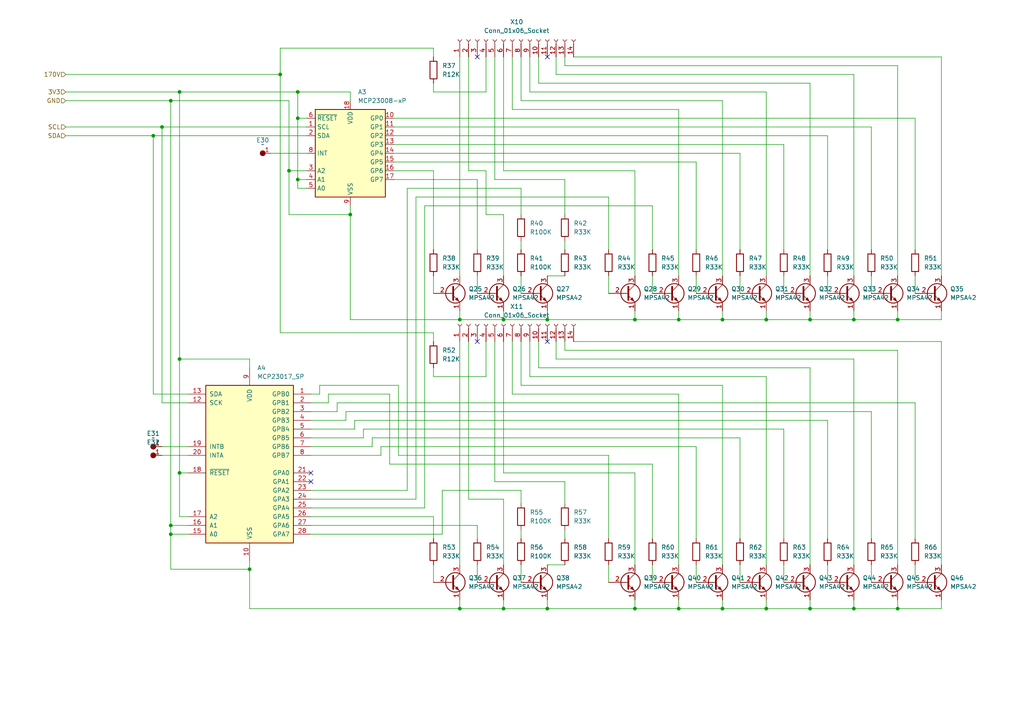
<source format=kicad_sch>
(kicad_sch (version 20231120) (generator "eeschema") (generator_version "8.0")
  (paper "A4")
  (lib_symbols
    (symbol "Connector:Conn_01x14_Socket" (pin_names (offset 1.016) hide)
      (property "Reference" "J" (at 0 17.78 0))
      (property "Value" "Conn_01x14_Socket" (at 0 -20.32 0))
      (symbol "Conn_01x14_Socket_1_1"
        (arc (start 0 -17.272) (mid -0.5058 -17.78) (end 0 -18.288) (stroke (width 0.1524)))
        (arc (start 0 -14.732) (mid -0.5058 -15.24) (end 0 -15.748) (stroke (width 0.1524)))
        (arc (start 0 -12.192) (mid -0.5058 -12.7) (end 0 -13.208) (stroke (width 0.1524)))
        (arc (start 0 -9.652) (mid -0.5058 -10.16) (end 0 -10.668) (stroke (width 0.1524)))
        (arc (start 0 -7.112) (mid -0.5058 -7.62) (end 0 -8.128) (stroke (width 0.1524)))
        (arc (start 0 -4.572) (mid -0.5058 -5.08) (end 0 -5.588) (stroke (width 0.1524)))
        (arc (start 0 -2.032) (mid -0.5058 -2.54) (end 0 -3.048) (stroke (width 0.1524)))
        (polyline (pts (xy -1.27 -17.78) (xy -0.508 -17.78)) (stroke (width 0.1524)))
        (polyline (pts (xy -1.27 -15.24) (xy -0.508 -15.24)) (stroke (width 0.1524)))
        (polyline (pts (xy -1.27 -12.7) (xy -0.508 -12.7)) (stroke (width 0.1524)))
        (polyline (pts (xy -1.27 -10.16) (xy -0.508 -10.16)) (stroke (width 0.1524)))
        (polyline (pts (xy -1.27 -7.62) (xy -0.508 -7.62)) (stroke (width 0.1524)))
        (polyline (pts (xy -1.27 -5.08) (xy -0.508 -5.08)) (stroke (width 0.1524)))
        (polyline (pts (xy -1.27 -2.54) (xy -0.508 -2.54)) (stroke (width 0.1524)))
        (polyline (pts (xy -1.27 0) (xy -0.508 0)) (stroke (width 0.1524)))
        (polyline (pts (xy -1.27 2.54) (xy -0.508 2.54)) (stroke (width 0.1524)))
        (polyline (pts (xy -1.27 5.08) (xy -0.508 5.08)) (stroke (width 0.1524)))
        (polyline (pts (xy -1.27 7.62) (xy -0.508 7.62)) (stroke (width 0.1524)))
        (polyline (pts (xy -1.27 10.16) (xy -0.508 10.16)) (stroke (width 0.1524)))
        (polyline (pts (xy -1.27 12.7) (xy -0.508 12.7)) (stroke (width 0.1524)))
        (polyline (pts (xy -1.27 15.24) (xy -0.508 15.24)) (stroke (width 0.1524)))
        (arc (start 0 0.508) (mid -0.5058 0) (end 0 -0.508) (stroke (width 0.1524)))
        (arc (start 0 3.048) (mid -0.5058 2.54) (end 0 2.032) (stroke (width 0.1524)))
        (arc (start 0 5.588) (mid -0.5058 5.08) (end 0 4.572) (stroke (width 0.1524)))
        (arc (start 0 8.128) (mid -0.5058 7.62) (end 0 7.112) (stroke (width 0.1524)))
        (arc (start 0 10.668) (mid -0.5058 10.16) (end 0 9.652) (stroke (width 0.1524)))
        (arc (start 0 13.208) (mid -0.5058 12.7) (end 0 12.192) (stroke (width 0.1524)))
        (arc (start 0 15.748) (mid -0.5058 15.24) (end 0 14.732) (stroke (width 0.1524)))
        (pin passive line (at -5.08 15.24 0) (length 3.81) (name "Pin_1") (number "1"))
        (pin passive line (at -5.08 -7.62 0) (length 3.81) (name "Pin_10") (number "10"))
        (pin passive line (at -5.08 -10.16 0) (length 3.81) (name "Pin_11") (number "11"))
        (pin passive line (at -5.08 -12.7 0) (length 3.81) (name "Pin_12") (number "12"))
        (pin passive line (at -5.08 -15.24 0) (length 3.81) (name "Pin_13") (number "13"))
        (pin passive line (at -5.08 -17.78 0) (length 3.81) (name "Pin_14") (number "14"))
        (pin passive line (at -5.08 12.7 0) (length 3.81) (name "Pin_2") (number "2"))
        (pin passive line (at -5.08 10.16 0) (length 3.81) (name "Pin_3") (number "3"))
        (pin passive line (at -5.08 7.62 0) (length 3.81) (name "Pin_4") (number "4"))
        (pin passive line (at -5.08 5.08 0) (length 3.81) (name "Pin_5") (number "5"))
        (pin passive line (at -5.08 2.54 0) (length 3.81) (name "Pin_6") (number "6"))
        (pin passive line (at -5.08 0 0) (length 3.81) (name "Pin_7") (number "7"))
        (pin passive line (at -5.08 -2.54 0) (length 3.81) (name "Pin_8") (number "8"))
        (pin passive line (at -5.08 -5.08 0) (length 3.81) (name "Pin_9") (number "9"))
      )
    )
    (symbol "Device:R" (pin_numbers hide) (pin_names (offset 0))
      (property "Reference" "R" (at 2.032 0 90))
      (property "Value" "R" (at 0 0 90))
      (symbol "R_0_1"
        (rectangle (start -1.016 -2.54) (end 1.016 2.54) (stroke (width 0.254)))
      )
      (symbol "R_1_1"
        (pin passive line (at 0 3.81 270) (length 1.27) (name "~") (number "1"))
        (pin passive line (at 0 -3.81 90) (length 1.27) (name "~") (number "2"))
      )
    )
    (symbol "Interface_Expansion:MCP23008-xP"
      (property "Reference" "U" (at -8.89 13.97 0))
      (property "Value" "MCP23008-xP" (at 8.89 13.97 0))
      (symbol "MCP23008-xP_0_1"
        (rectangle (start -10.16 12.7) (end 10.16 -12.7) (stroke (width 0.254)) (fill (type background)))
      )
      (symbol "MCP23008-xP_1_1"
        (pin input line (at -12.7 7.62 0) (length 2.54) (name "SCL") (number "1"))
        (pin bidirectional line (at 12.7 10.16 180) (length 2.54) (name "GP0") (number "10"))
        (pin bidirectional line (at 12.7 7.62 180) (length 2.54) (name "GP1") (number "11"))
        (pin bidirectional line (at 12.7 5.08 180) (length 2.54) (name "GP2") (number "12"))
        (pin bidirectional line (at 12.7 2.54 180) (length 2.54) (name "GP3") (number "13"))
        (pin bidirectional line (at 12.7 0 180) (length 2.54) (name "GP4") (number "14"))
        (pin bidirectional line (at 12.7 -2.54 180) (length 2.54) (name "GP5") (number "15"))
        (pin bidirectional line (at 12.7 -5.08 180) (length 2.54) (name "GP6") (number "16"))
        (pin bidirectional line (at 12.7 -7.62 180) (length 2.54) (name "GP7") (number "17"))
        (pin power_in line (at 0 15.24 270) (length 2.54) (name "VDD") (number "18"))
        (pin bidirectional line (at -12.7 5.08 0) (length 2.54) (name "SDA") (number "2"))
        (pin input line (at -12.7 -5.08 0) (length 2.54) (name "A2") (number "3"))
        (pin input line (at -12.7 -7.62 0) (length 2.54) (name "A1") (number "4"))
        (pin input line (at -12.7 -10.16 0) (length 2.54) (name "A0") (number "5"))
        (pin input line (at -12.7 10.16 0) (length 2.54) (name "~{RESET}") (number "6"))
        (pin no_connect line (at -10.16 -2.54 0) (length 2.54) hide (name "NC") (number "7"))
        (pin output line (at -12.7 0 0) (length 2.54) (name "INT") (number "8"))
        (pin power_in line (at 0 -15.24 90) (length 2.54) (name "VSS") (number "9"))
      )
    )
    (symbol "Interface_Expansion:MCP23017_SP" (pin_names (offset 1.016))
      (property "Reference" "U" (at -11.43 24.13 0))
      (property "Value" "MCP23017_SP" (at 0 0 0))
      (symbol "MCP23017_SP_0_1"
        (rectangle (start -12.7 22.86) (end 12.7 -22.86) (stroke (width 0.254)) (fill (type background)))
      )
      (symbol "MCP23017_SP_1_1"
        (pin bidirectional line (at 17.78 20.32 180) (length 5.08) (name "GPB0") (number "1"))
        (pin power_in line (at 0 -27.94 90) (length 5.08) (name "VSS") (number "10"))
        (pin no_connect line (at -12.7 15.24 0) (length 5.08) hide (name "NC") (number "11"))
        (pin input line (at -17.78 17.78 0) (length 5.08) (name "SCK") (number "12"))
        (pin bidirectional line (at -17.78 20.32 0) (length 5.08) (name "SDA") (number "13"))
        (pin no_connect line (at -12.7 12.7 0) (length 5.08) hide (name "NC") (number "14"))
        (pin input line (at -17.78 -20.32 0) (length 5.08) (name "A0") (number "15"))
        (pin input line (at -17.78 -17.78 0) (length 5.08) (name "A1") (number "16"))
        (pin input line (at -17.78 -15.24 0) (length 5.08) (name "A2") (number "17"))
        (pin input line (at -17.78 -2.54 0) (length 5.08) (name "~{RESET}") (number "18"))
        (pin tri_state line (at -17.78 5.08 0) (length 5.08) (name "INTB") (number "19"))
        (pin bidirectional line (at 17.78 17.78 180) (length 5.08) (name "GPB1") (number "2"))
        (pin tri_state line (at -17.78 2.54 0) (length 5.08) (name "INTA") (number "20"))
        (pin bidirectional line (at 17.78 -2.54 180) (length 5.08) (name "GPA0") (number "21"))
        (pin bidirectional line (at 17.78 -5.08 180) (length 5.08) (name "GPA1") (number "22"))
        (pin bidirectional line (at 17.78 -7.62 180) (length 5.08) (name "GPA2") (number "23"))
        (pin bidirectional line (at 17.78 -10.16 180) (length 5.08) (name "GPA3") (number "24"))
        (pin bidirectional line (at 17.78 -12.7 180) (length 5.08) (name "GPA4") (number "25"))
        (pin bidirectional line (at 17.78 -15.24 180) (length 5.08) (name "GPA5") (number "26"))
        (pin bidirectional line (at 17.78 -17.78 180) (length 5.08) (name "GPA6") (number "27"))
        (pin bidirectional line (at 17.78 -20.32 180) (length 5.08) (name "GPA7") (number "28"))
        (pin bidirectional line (at 17.78 15.24 180) (length 5.08) (name "GPB2") (number "3"))
        (pin bidirectional line (at 17.78 12.7 180) (length 5.08) (name "GPB3") (number "4"))
        (pin bidirectional line (at 17.78 10.16 180) (length 5.08) (name "GPB4") (number "5"))
        (pin bidirectional line (at 17.78 7.62 180) (length 5.08) (name "GPB5") (number "6"))
        (pin bidirectional line (at 17.78 5.08 180) (length 5.08) (name "GPB6") (number "7"))
        (pin bidirectional line (at 17.78 2.54 180) (length 5.08) (name "GPB7") (number "8"))
        (pin power_in line (at 0 27.94 270) (length 5.08) (name "VDD") (number "9"))
      )
    )
    (symbol "Nixie:Pin"
      (property "Reference" "E" (at 4.064 0 0))
      (symbol "Pin_0_1"
        (circle (center 2.54 0) (radius 0.75) (fill (type outline)))
      )
      (symbol "Pin_1_1"
        (pin bidirectional line (at 0 0 0) (length 2.54) (name "") (number "1"))
      )
    )
    (symbol "Transistor_BJT:MPSA42" (pin_names (offset 1.016) hide)
      (property "Reference" "Q" (at 5.08 1.905 0))
      (property "Value" "MPSA42" (at 5.08 0 0))
      (symbol "MPSA42_0_1"
        (polyline (pts (xy 0 0) (xy 0.635 0)))
        (polyline (pts (xy 0.635 0.635) (xy 2.54 2.54)))
        (polyline (pts (xy 0.635 -0.635) (xy 2.54 -2.54) (xy 2.54 -2.54)))
        (polyline (pts (xy 0.635 1.905) (xy 0.635 -1.905) (xy 0.635 -1.905)) (stroke (width 0.508)))
        (polyline (pts (xy 1.27 -1.778) (xy 1.778 -1.27) (xy 2.286 -2.286) (xy 1.27 -1.778) (xy 1.27 -1.778)) (fill (type outline)))
        (circle (center 1.27 0) (radius 2.8194) (stroke (width 0.254)))
      )
      (symbol "MPSA42_1_1"
        (pin passive line (at 2.54 -5.08 90) (length 2.54) (name "E") (number "1"))
        (pin input line (at -5.08 0 0) (length 5.08) (name "B") (number "2"))
        (pin passive line (at 2.54 5.08 270) (length 2.54) (name "C") (number "3"))
      )
    )
  )
  (junction (at 196.85 92.71))
  (junction (at 158.75 176.53))
  (junction (at 209.55 176.53))
  (junction (at 86.36 52.07))
  (junction (at 101.6 62.23))
  (junction (at 86.36 34.29))
  (junction (at 49.53 29.21))
  (junction (at 158.75 92.71))
  (junction (at 222.25 92.71))
  (junction (at 260.35 176.53))
  (junction (at 49.53 154.94))
  (junction (at 146.05 92.71))
  (junction (at 184.15 176.53))
  (junction (at 46.99 36.83))
  (junction (at 184.15 92.71))
  (junction (at 209.55 92.71))
  (junction (at 52.07 26.67))
  (junction (at 222.25 176.53))
  (junction (at 86.36 26.67))
  (junction (at 146.05 176.53))
  (junction (at 133.35 176.53))
  (junction (at 260.35 92.71))
  (junction (at 196.85 176.53))
  (junction (at 81.28 21.59))
  (junction (at 83.82 49.53))
  (junction (at 44.45 39.37))
  (junction (at 52.07 104.14))
  (junction (at 133.35 92.71))
  (junction (at 234.95 176.53))
  (junction (at 49.53 152.4))
  (junction (at 247.65 176.53))
  (junction (at 247.65 92.71))
  (junction (at 234.95 92.71))
  (junction (at 52.07 137.16))
  (junction (at 72.39 165.1))
  (no_connect (at 138.43 16.51))
  (no_connect (at 90.17 139.7))
  (no_connect (at 90.17 137.16))
  (no_connect (at 158.75 99.06))
  (no_connect (at 138.43 99.06))
  (no_connect (at 158.75 16.51))
  (wire (pts (xy 161.29 21.59) (xy 161.29 16.51)))
  (wire (pts (xy 151.13 54.61) (xy 118.11 54.61)))
  (wire (pts (xy 209.55 92.71) (xy 222.25 92.71)))
  (wire (pts (xy 146.05 49.53) (xy 146.05 16.51)))
  (wire (pts (xy 184.15 92.71) (xy 184.15 90.17)))
  (wire (pts (xy 260.35 163.83) (xy 260.35 101.6)))
  (wire (pts (xy 102.87 124.46) (xy 90.17 124.46)))
  (wire (pts (xy 163.83 146.05) (xy 163.83 139.7)))
  (wire (pts (xy 125.73 109.22) (xy 140.97 109.22)))
  (wire (pts (xy 184.15 176.53) (xy 196.85 176.53)))
  (wire (pts (xy 151.13 80.01) (xy 151.13 85.09)))
  (wire (pts (xy 125.73 109.22) (xy 125.73 106.68)))
  (wire (pts (xy 214.63 156.21) (xy 214.63 127)))
  (wire (pts (xy 138.43 80.01) (xy 138.43 85.09)))
  (wire (pts (xy 201.93 72.39) (xy 201.93 46.99)))
  (wire (pts (xy 151.13 69.85) (xy 151.13 72.39)))
  (wire (pts (xy 128.27 142.24) (xy 151.13 142.24)))
  (wire (pts (xy 97.79 119.38) (xy 90.17 119.38)))
  (wire (pts (xy 247.65 104.14) (xy 161.29 104.14)))
  (wire (pts (xy 222.25 163.83) (xy 222.25 109.22)))
  (wire (pts (xy 19.05 39.37) (xy 44.45 39.37)))
  (wire (pts (xy 83.82 29.21) (xy 83.82 49.53)))
  (wire (pts (xy 140.97 26.67) (xy 140.97 16.51)))
  (wire (pts (xy 125.73 96.52) (xy 125.73 99.06)))
  (wire (pts (xy 44.45 39.37) (xy 88.9 39.37)))
  (wire (pts (xy 265.43 80.01) (xy 265.43 85.09)))
  (wire (pts (xy 184.15 163.83) (xy 184.15 137.16)))
  (wire (pts (xy 151.13 142.24) (xy 151.13 146.05)))
  (wire (pts (xy 184.15 92.71) (xy 158.75 92.71)))
  (wire (pts (xy 72.39 104.14) (xy 72.39 106.68)))
  (wire (pts (xy 52.07 104.14) (xy 52.07 137.16)))
  (wire (pts (xy 176.53 163.83) (xy 176.53 168.91)))
  (wire (pts (xy 163.83 62.23) (xy 163.83 52.07)))
  (wire (pts (xy 247.65 92.71) (xy 234.95 92.71)))
  (wire (pts (xy 214.63 127) (xy 107.95 127)))
  (wire (pts (xy 184.15 173.99) (xy 184.15 176.53)))
  (wire (pts (xy 146.05 92.71) (xy 146.05 90.17)))
  (wire (pts (xy 265.43 163.83) (xy 265.43 168.91)))
  (wire (pts (xy 86.36 34.29) (xy 88.9 34.29)))
  (wire (pts (xy 240.03 156.21) (xy 240.03 121.92)))
  (wire (pts (xy 52.07 137.16) (xy 54.61 137.16)))
  (wire (pts (xy 260.35 19.05) (xy 163.83 19.05)))
  (wire (pts (xy 273.05 80.01) (xy 273.05 16.51)))
  (wire (pts (xy 227.33 72.39) (xy 227.33 41.91)))
  (wire (pts (xy 153.67 26.67) (xy 153.67 16.51)))
  (wire (pts (xy 146.05 176.53) (xy 158.75 176.53)))
  (wire (pts (xy 260.35 176.53) (xy 260.35 173.99)))
  (wire (pts (xy 163.83 153.67) (xy 163.83 156.21)))
  (wire (pts (xy 133.35 16.51) (xy 133.35 80.01)))
  (wire (pts (xy 146.05 173.99) (xy 146.05 176.53)))
  (wire (pts (xy 196.85 173.99) (xy 196.85 176.53)))
  (wire (pts (xy 151.13 29.21) (xy 151.13 16.51)))
  (wire (pts (xy 222.25 26.67) (xy 153.67 26.67)))
  (wire (pts (xy 97.79 116.84) (xy 97.79 119.38)))
  (wire (pts (xy 90.17 149.86) (xy 125.73 149.86)))
  (wire (pts (xy 81.28 13.97) (xy 81.28 21.59)))
  (wire (pts (xy 19.05 26.67) (xy 52.07 26.67)))
  (wire (pts (xy 46.99 116.84) (xy 54.61 116.84)))
  (wire (pts (xy 151.13 62.23) (xy 151.13 54.61)))
  (wire (pts (xy 151.13 111.76) (xy 151.13 99.06)))
  (wire (pts (xy 156.21 106.68) (xy 156.21 99.06)))
  (wire (pts (xy 247.65 176.53) (xy 260.35 176.53)))
  (wire (pts (xy 138.43 72.39) (xy 138.43 52.07)))
  (wire (pts (xy 148.59 114.3) (xy 148.59 99.06)))
  (wire (pts (xy 125.73 26.67) (xy 140.97 26.67)))
  (wire (pts (xy 222.25 173.99) (xy 222.25 176.53)))
  (wire (pts (xy 163.83 19.05) (xy 163.83 16.51)))
  (wire (pts (xy 105.41 124.46) (xy 105.41 127)))
  (wire (pts (xy 46.99 36.83) (xy 46.99 116.84)))
  (wire (pts (xy 234.95 24.13) (xy 234.95 80.01)))
  (wire (pts (xy 135.89 144.78) (xy 135.89 99.06)))
  (wire (pts (xy 135.89 49.53) (xy 135.89 16.51)))
  (wire (pts (xy 184.15 49.53) (xy 146.05 49.53)))
  (wire (pts (xy 265.43 116.84) (xy 97.79 116.84)))
  (wire (pts (xy 176.53 80.01) (xy 176.53 85.09)))
  (wire (pts (xy 44.45 39.37) (xy 44.45 114.3)))
  (wire (pts (xy 201.93 163.83) (xy 201.93 168.91)))
  (wire (pts (xy 151.13 153.67) (xy 151.13 156.21)))
  (wire (pts (xy 273.05 92.71) (xy 260.35 92.71)))
  (wire (pts (xy 184.15 80.01) (xy 184.15 49.53)))
  (wire (pts (xy 113.03 114.3) (xy 95.25 114.3)))
  (wire (pts (xy 120.65 144.78) (xy 90.17 144.78)))
  (wire (pts (xy 158.75 92.71) (xy 146.05 92.71)))
  (wire (pts (xy 49.53 154.94) (xy 54.61 154.94)))
  (wire (pts (xy 86.36 52.07) (xy 86.36 54.61)))
  (wire (pts (xy 86.36 26.67) (xy 101.6 26.67)))
  (wire (pts (xy 153.67 109.22) (xy 153.67 99.06)))
  (wire (pts (xy 113.03 134.62) (xy 113.03 114.3)))
  (wire (pts (xy 107.95 129.54) (xy 90.17 129.54)))
  (wire (pts (xy 138.43 163.83) (xy 138.43 168.91)))
  (wire (pts (xy 234.95 176.53) (xy 247.65 176.53)))
  (wire (pts (xy 252.73 72.39) (xy 252.73 36.83)))
  (wire (pts (xy 158.75 92.71) (xy 158.75 90.17)))
  (wire (pts (xy 86.36 52.07) (xy 88.9 52.07)))
  (wire (pts (xy 125.73 163.83) (xy 125.73 168.91)))
  (wire (pts (xy 146.05 92.71) (xy 133.35 92.71)))
  (wire (pts (xy 52.07 137.16) (xy 52.07 149.86)))
  (wire (pts (xy 209.55 176.53) (xy 222.25 176.53)))
  (wire (pts (xy 240.03 163.83) (xy 240.03 168.91)))
  (wire (pts (xy 86.36 26.67) (xy 86.36 34.29)))
  (wire (pts (xy 81.28 96.52) (xy 125.73 96.52)))
  (wire (pts (xy 247.65 173.99) (xy 247.65 176.53)))
  (wire (pts (xy 252.73 156.21) (xy 252.73 119.38)))
  (wire (pts (xy 146.05 163.83) (xy 146.05 144.78)))
  (wire (pts (xy 86.36 34.29) (xy 86.36 52.07)))
  (wire (pts (xy 273.05 90.17) (xy 273.05 92.71)))
  (wire (pts (xy 163.83 69.85) (xy 163.83 72.39)))
  (wire (pts (xy 189.23 134.62) (xy 113.03 134.62)))
  (wire (pts (xy 81.28 21.59) (xy 81.28 96.52)))
  (wire (pts (xy 189.23 72.39) (xy 189.23 59.69)))
  (wire (pts (xy 260.35 101.6) (xy 163.83 101.6)))
  (wire (pts (xy 146.05 62.23) (xy 140.97 62.23)))
  (wire (pts (xy 227.33 124.46) (xy 105.41 124.46)))
  (wire (pts (xy 196.85 114.3) (xy 148.59 114.3)))
  (wire (pts (xy 110.49 129.54) (xy 110.49 132.08)))
  (wire (pts (xy 234.95 92.71) (xy 222.25 92.71)))
  (wire (pts (xy 214.63 80.01) (xy 214.63 85.09)))
  (wire (pts (xy 209.55 29.21) (xy 151.13 29.21)))
  (wire (pts (xy 95.25 116.84) (xy 90.17 116.84)))
  (wire (pts (xy 49.53 152.4) (xy 54.61 152.4)))
  (wire (pts (xy 227.33 163.83) (xy 227.33 168.91)))
  (wire (pts (xy 140.97 99.06) (xy 140.97 109.22)))
  (wire (pts (xy 105.41 127) (xy 90.17 127)))
  (wire (pts (xy 133.35 173.99) (xy 133.35 176.53)))
  (wire (pts (xy 46.99 36.83) (xy 88.9 36.83)))
  (wire (pts (xy 115.57 132.08) (xy 176.53 132.08)))
  (wire (pts (xy 133.35 99.06) (xy 133.35 163.83)))
  (wire (pts (xy 138.43 152.4) (xy 138.43 156.21)))
  (wire (pts (xy 273.05 99.06) (xy 166.37 99.06)))
  (wire (pts (xy 189.23 80.01) (xy 189.23 85.09)))
  (wire (pts (xy 140.97 62.23) (xy 140.97 49.53)))
  (wire (pts (xy 234.95 106.68) (xy 156.21 106.68)))
  (wire (pts (xy 222.25 109.22) (xy 153.67 109.22)))
  (wire (pts (xy 19.05 36.83) (xy 46.99 36.83)))
  (wire (pts (xy 52.07 104.14) (xy 72.39 104.14)))
  (wire (pts (xy 92.71 111.76) (xy 115.57 111.76)))
  (wire (pts (xy 176.53 57.15) (xy 120.65 57.15)))
  (wire (pts (xy 234.95 163.83) (xy 234.95 106.68)))
  (wire (pts (xy 92.71 111.76) (xy 92.71 114.3)))
  (wire (pts (xy 72.39 176.53) (xy 133.35 176.53)))
  (wire (pts (xy 90.17 152.4) (xy 138.43 152.4)))
  (wire (pts (xy 125.73 16.51) (xy 125.73 13.97)))
  (wire (pts (xy 189.23 156.21) (xy 189.23 134.62)))
  (wire (pts (xy 52.07 26.67) (xy 52.07 104.14)))
  (wire (pts (xy 252.73 163.83) (xy 252.73 168.91)))
  (wire (pts (xy 240.03 72.39) (xy 240.03 39.37)))
  (wire (pts (xy 49.53 165.1) (xy 72.39 165.1)))
  (wire (pts (xy 209.55 173.99) (xy 209.55 176.53)))
  (wire (pts (xy 125.73 80.01) (xy 125.73 85.09)))
  (wire (pts (xy 201.93 156.21) (xy 201.93 129.54)))
  (wire (pts (xy 83.82 62.23) (xy 101.6 62.23)))
  (wire (pts (xy 234.95 24.13) (xy 156.21 24.13)))
  (wire (pts (xy 143.51 52.07) (xy 143.51 16.51)))
  (wire (pts (xy 151.13 163.83) (xy 151.13 168.91)))
  (wire (pts (xy 143.51 139.7) (xy 143.51 99.06)))
  (wire (pts (xy 260.35 92.71) (xy 260.35 90.17)))
  (wire (pts (xy 201.93 129.54) (xy 110.49 129.54)))
  (wire (pts (xy 123.19 147.32) (xy 90.17 147.32)))
  (wire (pts (xy 201.93 80.01) (xy 201.93 85.09)))
  (wire (pts (xy 189.23 59.69) (xy 123.19 59.69)))
  (wire (pts (xy 214.63 72.39) (xy 214.63 44.45)))
  (wire (pts (xy 176.53 72.39) (xy 176.53 57.15)))
  (wire (pts (xy 72.39 165.1) (xy 72.39 176.53)))
  (wire (pts (xy 196.85 92.71) (xy 196.85 90.17)))
  (wire (pts (xy 247.65 163.83) (xy 247.65 104.14)))
  (wire (pts (xy 209.55 29.21) (xy 209.55 80.01)))
  (wire (pts (xy 101.6 92.71) (xy 133.35 92.71)))
  (wire (pts (xy 158.75 80.01) (xy 163.83 80.01)))
  (wire (pts (xy 101.6 62.23) (xy 101.6 59.69)))
  (wire (pts (xy 95.25 114.3) (xy 95.25 116.84)))
  (wire (pts (xy 209.55 163.83) (xy 209.55 111.76)))
  (wire (pts (xy 19.05 21.59) (xy 81.28 21.59)))
  (wire (pts (xy 49.53 154.94) (xy 49.53 165.1)))
  (wire (pts (xy 52.07 149.86) (xy 54.61 149.86)))
  (wire (pts (xy 265.43 72.39) (xy 265.43 34.29)))
  (wire (pts (xy 83.82 49.53) (xy 83.82 62.23)))
  (wire (pts (xy 265.43 34.29) (xy 114.3 34.29)))
  (wire (pts (xy 163.83 101.6) (xy 163.83 99.06)))
  (wire (pts (xy 102.87 121.92) (xy 102.87 124.46)))
  (wire (pts (xy 49.53 29.21) (xy 83.82 29.21)))
  (wire (pts (xy 107.95 127) (xy 107.95 129.54)))
  (wire (pts (xy 234.95 92.71) (xy 234.95 90.17)))
  (wire (pts (xy 184.15 137.16) (xy 146.05 137.16)))
  (wire (pts (xy 156.21 24.13) (xy 156.21 16.51)))
  (wire (pts (xy 83.82 49.53) (xy 88.9 49.53)))
  (wire (pts (xy 19.05 29.21) (xy 49.53 29.21)))
  (wire (pts (xy 252.73 36.83) (xy 114.3 36.83)))
  (wire (pts (xy 114.3 49.53) (xy 125.73 49.53)))
  (wire (pts (xy 189.23 163.83) (xy 189.23 168.91)))
  (wire (pts (xy 100.33 121.92) (xy 90.17 121.92)))
  (wire (pts (xy 196.85 80.01) (xy 196.85 31.75)))
  (wire (pts (xy 252.73 119.38) (xy 100.33 119.38)))
  (wire (pts (xy 49.53 152.4) (xy 49.53 154.94)))
  (wire (pts (xy 86.36 54.61) (xy 88.9 54.61)))
  (wire (pts (xy 52.07 26.67) (xy 86.36 26.67)))
  (wire (pts (xy 133.35 176.53) (xy 146.05 176.53)))
  (wire (pts (xy 125.73 26.67) (xy 125.73 24.13)))
  (wire (pts (xy 260.35 92.71) (xy 247.65 92.71)))
  (wire (pts (xy 196.85 31.75) (xy 148.59 31.75)))
  (wire (pts (xy 273.05 16.51) (xy 166.37 16.51)))
  (wire (pts (xy 201.93 46.99) (xy 114.3 46.99)))
  (wire (pts (xy 196.85 176.53) (xy 209.55 176.53)))
  (wire (pts (xy 146.05 144.78) (xy 135.89 144.78)))
  (wire (pts (xy 161.29 99.06) (xy 161.29 104.14)))
  (wire (pts (xy 123.19 59.69) (xy 123.19 147.32)))
  (wire (pts (xy 92.71 114.3) (xy 90.17 114.3)))
  (wire (pts (xy 222.25 26.67) (xy 222.25 80.01)))
  (wire (pts (xy 101.6 62.23) (xy 101.6 92.71)))
  (wire (pts (xy 240.03 80.01) (xy 240.03 85.09)))
  (wire (pts (xy 100.33 119.38) (xy 100.33 121.92)))
  (wire (pts (xy 247.65 21.59) (xy 161.29 21.59)))
  (wire (pts (xy 128.27 154.94) (xy 128.27 142.24)))
  (wire (pts (xy 90.17 154.94) (xy 128.27 154.94)))
  (wire (pts (xy 158.75 163.83) (xy 163.83 163.83)))
  (wire (pts (xy 260.35 19.05) (xy 260.35 80.01)))
  (wire (pts (xy 227.33 156.21) (xy 227.33 124.46)))
  (wire (pts (xy 176.53 132.08) (xy 176.53 156.21)))
  (wire (pts (xy 227.33 80.01) (xy 227.33 85.09)))
  (wire (pts (xy 240.03 39.37) (xy 114.3 39.37)))
  (wire (pts (xy 125.73 149.86) (xy 125.73 156.21)))
  (wire (pts (xy 125.73 72.39) (xy 125.73 49.53)))
  (wire (pts (xy 78.74 44.45) (xy 88.9 44.45)))
  (wire (pts (xy 49.53 29.21) (xy 49.53 152.4)))
  (wire (pts (xy 214.63 163.83) (xy 214.63 168.91)))
  (wire (pts (xy 110.49 132.08) (xy 90.17 132.08)))
  (wire (pts (xy 247.65 92.71) (xy 247.65 90.17)))
  (wire (pts (xy 133.35 92.71) (xy 133.35 90.17)))
  (wire (pts (xy 234.95 173.99) (xy 234.95 176.53)))
  (wire (pts (xy 72.39 165.1) (xy 72.39 162.56)))
  (wire (pts (xy 118.11 142.24) (xy 90.17 142.24)))
  (wire (pts (xy 196.85 163.83) (xy 196.85 114.3)))
  (wire (pts (xy 273.05 163.83) (xy 273.05 99.06)))
  (wire (pts (xy 140.97 49.53) (xy 135.89 49.53)))
  (wire (pts (xy 138.43 52.07) (xy 114.3 52.07)))
  (wire (pts (xy 222.25 92.71) (xy 222.25 90.17)))
  (wire (pts (xy 222.25 176.53) (xy 234.95 176.53)))
  (wire (pts (xy 209.55 111.76) (xy 151.13 111.76)))
  (wire (pts (xy 209.55 92.71) (xy 209.55 90.17)))
  (wire (pts (xy 44.45 114.3) (xy 54.61 114.3)))
  (wire (pts (xy 158.75 176.53) (xy 184.15 176.53)))
  (wire (pts (xy 247.65 21.59) (xy 247.65 80.01)))
  (wire (pts (xy 227.33 41.91) (xy 114.3 41.91)))
  (wire (pts (xy 46.99 129.54) (xy 54.61 129.54)))
  (wire (pts (xy 209.55 92.71) (xy 196.85 92.71)))
  (wire (pts (xy 240.03 121.92) (xy 102.87 121.92)))
  (wire (pts (xy 158.75 173.99) (xy 158.75 176.53)))
  (wire (pts (xy 125.73 13.97) (xy 81.28 13.97)))
  (wire (pts (xy 101.6 26.67) (xy 101.6 29.21)))
  (wire (pts (xy 163.83 139.7) (xy 143.51 139.7)))
  (wire (pts (xy 273.05 173.99) (xy 273.05 176.53)))
  (wire (pts (xy 46.99 132.08) (xy 54.61 132.08)))
  (wire (pts (xy 252.73 80.01) (xy 252.73 85.09)))
  (wire (pts (xy 265.43 156.21) (xy 265.43 116.84)))
  (wire (pts (xy 115.57 111.76) (xy 115.57 132.08)))
  (wire (pts (xy 273.05 176.53) (xy 260.35 176.53)))
  (wire (pts (xy 214.63 44.45) (xy 114.3 44.45)))
  (wire (pts (xy 196.85 92.71) (xy 184.15 92.71)))
  (wire (pts (xy 146.05 137.16) (xy 146.05 99.06)))
  (wire (pts (xy 148.59 31.75) (xy 148.59 16.51)))
  (wire (pts (xy 146.05 80.01) (xy 146.05 62.23)))
  (wire (pts (xy 163.83 52.07) (xy 143.51 52.07)))
  (wire (pts (xy 118.11 54.61) (xy 118.11 142.24)))
  (wire (pts (xy 120.65 57.15) (xy 120.65 144.78)))
  (hierarchical_label "170V" (shape input) (at 19.05 21.59 180))
  (hierarchical_label "3V3" (shape input) (at 19.05 26.67 180))
  (hierarchical_label "SCL" (shape input) (at 19.05 36.83 180))
  (hierarchical_label "GND" (shape input) (at 19.05 29.21 180))
  (hierarchical_label "SDA" (shape input) (at 19.05 39.37 180))
  (symbol (lib_id "Nixie:Pin") (at 46.99 129.54 180) (unit 1)
    (property "Reference" "E31" (at 44.45 125.73 0))
    (property "Value" "~" (at 44.45 127 0))
    (property "Footprint" "Nixie:SingleHole" (effects (hide yes)))
  )
  (symbol (lib_id "Device:R") (at 201.93 160.02 0) (unit 1)
    (property "Reference" "R61" (at 204.47 158.7499 0) (effects (justify left)))
    (property "Value" "R33K" (at 204.47 161.2899 0) (effects (justify left)))
    (property "Footprint" "Nixie:Resistor-a" (effects (hide yes)))
    (property "Description" "Resistor" (effects (hide yes)))
  )
  (symbol (lib_id "Transistor_BJT:MPSA42") (at 130.81 85.09 0) (unit 1)
    (property "Reference" "Q25" (at 135.89 83.8199 0) (effects (justify left)))
    (property "Value" "MPSA42" (at 135.89 86.3599 0) (effects (justify left)))
    (property "Footprint" "Nixie:MPSA-42" (effects (hide yes)))
    (property "Datasheet" "http://www.onsemi.com/pub_link/Collateral/MPSA42-D.PDF" (effects (hide yes)))
    (property "Description" "0.5A Ic, 300V Vce, NPN High Voltage Transistor, TO-92" (effects (hide yes)))
  )
  (symbol (lib_id "Connector:Conn_01x14_Socket") (at 148.59 11.43 90) (unit 1)
    (property "Reference" "X10" (at 149.86 6.35 90))
    (property "Value" "Conn_01x06_Socket" (at 149.86 8.89 90))
    (property "Footprint" "Nixie:Pinbar_4-14-f" (effects (hide yes)))
    (property "Description" "Generic connector, single row, 01x14, script generated" (effects (hide yes)))
  )
  (symbol (lib_id "Device:R") (at 265.43 160.02 0) (unit 1)
    (property "Reference" "R66" (at 267.97 158.7499 0) (effects (justify left)))
    (property "Value" "R33K" (at 267.97 161.2899 0) (effects (justify left)))
    (property "Footprint" "Nixie:Resistor-a" (effects (hide yes)))
    (property "Description" "Resistor" (effects (hide yes)))
  )
  (symbol (lib_id "Transistor_BJT:MPSA42") (at 245.11 85.09 0) (unit 1)
    (property "Reference" "Q33" (at 250.19 83.8199 0) (effects (justify left)))
    (property "Value" "MPSA42" (at 250.19 86.3599 0) (effects (justify left)))
    (property "Footprint" "Nixie:MPSA-42" (effects (hide yes)))
    (property "Datasheet" "http://www.onsemi.com/pub_link/Collateral/MPSA42-D.PDF" (effects (hide yes)))
    (property "Description" "0.5A Ic, 300V Vce, NPN High Voltage Transistor, TO-92" (effects (hide yes)))
  )
  (symbol (lib_id "Device:R") (at 227.33 76.2 0) (unit 1)
    (property "Reference" "R48" (at 229.87 74.9299 0) (effects (justify left)))
    (property "Value" "R33K" (at 229.87 77.4699 0) (effects (justify left)))
    (property "Footprint" "Nixie:Resistor-a" (effects (hide yes)))
    (property "Description" "Resistor" (effects (hide yes)))
  )
  (symbol (lib_id "Device:R") (at 163.83 76.2 0) (unit 1)
    (property "Reference" "R43" (at 166.37 74.9299 0) (effects (justify left)))
    (property "Value" "R33K" (at 166.37 77.4699 0) (effects (justify left)))
    (property "Footprint" "Nixie:Resistor-a" (effects (hide yes)))
    (property "Description" "Resistor" (effects (hide yes)))
  )
  (symbol (lib_id "Device:R") (at 163.83 149.86 0) (unit 1)
    (property "Reference" "R57" (at 166.37 148.5899 0) (effects (justify left)))
    (property "Value" "R33K" (at 166.37 151.1299 0) (effects (justify left)))
    (property "Footprint" "Nixie:Resistor-a" (effects (hide yes)))
    (property "Description" "Resistor" (effects (hide yes)))
  )
  (symbol (lib_id "Transistor_BJT:MPSA42") (at 156.21 168.91 0) (unit 1)
    (property "Reference" "Q38" (at 161.29 167.6399 0) (effects (justify left)))
    (property "Value" "MPSA42" (at 161.29 170.1799 0) (effects (justify left)))
    (property "Footprint" "Nixie:MPSA-42" (effects (hide yes)))
    (property "Datasheet" "http://www.onsemi.com/pub_link/Collateral/MPSA42-D.PDF" (effects (hide yes)))
    (property "Description" "0.5A Ic, 300V Vce, NPN High Voltage Transistor, TO-92" (effects (hide yes)))
  )
  (symbol (lib_id "Device:R") (at 252.73 160.02 0) (unit 1)
    (property "Reference" "R65" (at 255.27 158.7499 0) (effects (justify left)))
    (property "Value" "R33K" (at 255.27 161.2899 0) (effects (justify left)))
    (property "Footprint" "Nixie:Resistor-a" (effects (hide yes)))
    (property "Description" "Resistor" (effects (hide yes)))
  )
  (symbol (lib_id "Interface_Expansion:MCP23008-xP") (at 101.6 44.45 0) (unit 1)
    (property "Reference" "A3" (at 103.7941 26.67 0) (effects (justify left)))
    (property "Value" "MCP23008-xP" (at 103.7941 29.21 0) (effects (justify left)))
    (property "Footprint" "Nixie:DIP-18_IC+Socket" (effects (hide yes)))
    (property "Datasheet" "http://ww1.microchip.com/downloads/en/DeviceDoc/MCP23008-MCP23S08-Data-Sheet-20001919F.pdf" (effects (hide yes)))
    (property "Description" "8-bit I/O expander, I2C, interrupts, PDIP-18" (effects (hide yes)))
  )
  (symbol (lib_id "Device:R") (at 138.43 160.02 0) (unit 1)
    (property "Reference" "R54" (at 140.97 158.7499 0) (effects (justify left)))
    (property "Value" "R33K" (at 140.97 161.2899 0) (effects (justify left)))
    (property "Footprint" "Nixie:Resistor-a" (effects (hide yes)))
    (property "Description" "Resistor" (effects (hide yes)))
  )
  (symbol (lib_id "Device:R") (at 151.13 76.2 0) (unit 1)
    (property "Reference" "R41" (at 153.67 74.9299 0) (effects (justify left)))
    (property "Value" "R100K" (at 153.67 77.4699 0) (effects (justify left)))
    (property "Footprint" "Nixie:Resistor-a" (effects (hide yes)))
    (property "Description" "Resistor" (effects (hide yes)))
  )
  (symbol (lib_id "Transistor_BJT:MPSA42") (at 232.41 85.09 0) (unit 1)
    (property "Reference" "Q32" (at 237.49 83.8199 0) (effects (justify left)))
    (property "Value" "MPSA42" (at 237.49 86.3599 0) (effects (justify left)))
    (property "Footprint" "Nixie:MPSA-42" (effects (hide yes)))
    (property "Datasheet" "http://www.onsemi.com/pub_link/Collateral/MPSA42-D.PDF" (effects (hide yes)))
    (property "Description" "0.5A Ic, 300V Vce, NPN High Voltage Transistor, TO-92" (effects (hide yes)))
  )
  (symbol (lib_id "Device:R") (at 227.33 160.02 0) (unit 1)
    (property "Reference" "R63" (at 229.87 158.7499 0) (effects (justify left)))
    (property "Value" "R33K" (at 229.87 161.2899 0) (effects (justify left)))
    (property "Footprint" "Nixie:Resistor-a" (effects (hide yes)))
    (property "Description" "Resistor" (effects (hide yes)))
  )
  (symbol (lib_id "Transistor_BJT:MPSA42") (at 143.51 168.91 0) (unit 1)
    (property "Reference" "Q37" (at 148.59 167.6399 0) (effects (justify left)))
    (property "Value" "MPSA42" (at 148.59 170.1799 0) (effects (justify left)))
    (property "Footprint" "Nixie:MPSA-42" (effects (hide yes)))
    (property "Datasheet" "http://www.onsemi.com/pub_link/Collateral/MPSA42-D.PDF" (effects (hide yes)))
    (property "Description" "0.5A Ic, 300V Vce, NPN High Voltage Transistor, TO-92" (effects (hide yes)))
  )
  (symbol (lib_id "Device:R") (at 252.73 76.2 0) (unit 1)
    (property "Reference" "R50" (at 255.27 74.9299 0) (effects (justify left)))
    (property "Value" "R33K" (at 255.27 77.4699 0) (effects (justify left)))
    (property "Footprint" "Nixie:Resistor-a" (effects (hide yes)))
    (property "Description" "Resistor" (effects (hide yes)))
  )
  (symbol (lib_id "Device:R") (at 240.03 76.2 0) (unit 1)
    (property "Reference" "R49" (at 242.57 74.9299 0) (effects (justify left)))
    (property "Value" "R33K" (at 242.57 77.4699 0) (effects (justify left)))
    (property "Footprint" "Nixie:Resistor-a" (effects (hide yes)))
    (property "Description" "Resistor" (effects (hide yes)))
  )
  (symbol (lib_id "Connector:Conn_01x14_Socket") (at 148.59 93.98 90) (unit 1)
    (property "Reference" "X11" (at 149.86 88.9 90))
    (property "Value" "Conn_01x06_Socket" (at 149.86 91.44 90))
    (property "Footprint" "Nixie:Pinbar_4-14-f" (effects (hide yes)))
    (property "Description" "Generic connector, single row, 01x14, script generated" (effects (hide yes)))
  )
  (symbol (lib_id "Device:R") (at 214.63 160.02 0) (unit 1)
    (property "Reference" "R62" (at 217.17 158.7499 0) (effects (justify left)))
    (property "Value" "R33K" (at 217.17 161.2899 0) (effects (justify left)))
    (property "Footprint" "Nixie:Resistor-a" (effects (hide yes)))
    (property "Description" "Resistor" (effects (hide yes)))
  )
  (symbol (lib_id "Transistor_BJT:MPSA42") (at 232.41 168.91 0) (unit 1)
    (property "Reference" "Q43" (at 237.49 167.6399 0) (effects (justify left)))
    (property "Value" "MPSA42" (at 237.49 170.1799 0) (effects (justify left)))
    (property "Footprint" "Nixie:MPSA-42" (effects (hide yes)))
    (property "Datasheet" "http://www.onsemi.com/pub_link/Collateral/MPSA42-D.PDF" (effects (hide yes)))
    (property "Description" "0.5A Ic, 300V Vce, NPN High Voltage Transistor, TO-92" (effects (hide yes)))
  )
  (symbol (lib_id "Device:R") (at 151.13 160.02 0) (unit 1)
    (property "Reference" "R56" (at 153.67 158.7499 0) (effects (justify left)))
    (property "Value" "R100K" (at 153.67 161.2899 0) (effects (justify left)))
    (property "Footprint" "Nixie:Resistor-a" (effects (hide yes)))
    (property "Description" "Resistor" (effects (hide yes)))
  )
  (symbol (lib_id "Device:R") (at 125.73 76.2 0) (unit 1)
    (property "Reference" "R38" (at 128.27 74.9299 0) (effects (justify left)))
    (property "Value" "R33K" (at 128.27 77.4699 0) (effects (justify left)))
    (property "Footprint" "Nixie:Resistor-a" (effects (hide yes)))
    (property "Description" "Resistor" (effects (hide yes)))
  )
  (symbol (lib_id "Transistor_BJT:MPSA42") (at 219.71 85.09 0) (unit 1)
    (property "Reference" "Q31" (at 224.79 83.8199 0) (effects (justify left)))
    (property "Value" "MPSA42" (at 224.79 86.3599 0) (effects (justify left)))
    (property "Footprint" "Nixie:MPSA-42" (effects (hide yes)))
    (property "Datasheet" "http://www.onsemi.com/pub_link/Collateral/MPSA42-D.PDF" (effects (hide yes)))
    (property "Description" "0.5A Ic, 300V Vce, NPN High Voltage Transistor, TO-92" (effects (hide yes)))
  )
  (symbol (lib_id "Device:R") (at 240.03 160.02 0) (unit 1)
    (property "Reference" "R64" (at 242.57 158.7499 0) (effects (justify left)))
    (property "Value" "R33K" (at 242.57 161.2899 0) (effects (justify left)))
    (property "Footprint" "Nixie:Resistor-a" (effects (hide yes)))
    (property "Description" "Resistor" (effects (hide yes)))
  )
  (symbol (lib_id "Device:R") (at 125.73 160.02 0) (unit 1)
    (property "Reference" "R53" (at 128.27 158.7499 0) (effects (justify left)))
    (property "Value" "R33K" (at 128.27 161.2899 0) (effects (justify left)))
    (property "Footprint" "Nixie:Resistor-a" (effects (hide yes)))
    (property "Description" "Resistor" (effects (hide yes)))
  )
  (symbol (lib_id "Transistor_BJT:MPSA42") (at 257.81 85.09 0) (unit 1)
    (property "Reference" "Q34" (at 262.89 83.8199 0) (effects (justify left)))
    (property "Value" "MPSA42" (at 262.89 86.3599 0) (effects (justify left)))
    (property "Footprint" "Nixie:MPSA-42" (effects (hide yes)))
    (property "Datasheet" "http://www.onsemi.com/pub_link/Collateral/MPSA42-D.PDF" (effects (hide yes)))
    (property "Description" "0.5A Ic, 300V Vce, NPN High Voltage Transistor, TO-92" (effects (hide yes)))
  )
  (symbol (lib_id "Device:R") (at 151.13 66.04 0) (unit 1)
    (property "Reference" "R40" (at 153.67 64.7699 0) (effects (justify left)))
    (property "Value" "R100K" (at 153.67 67.3099 0) (effects (justify left)))
    (property "Footprint" "Nixie:Resistor-a" (effects (hide yes)))
    (property "Description" "Resistor" (effects (hide yes)))
  )
  (symbol (lib_id "Device:R") (at 151.13 149.86 0) (unit 1)
    (property "Reference" "R55" (at 153.67 148.5899 0) (effects (justify left)))
    (property "Value" "R100K" (at 153.67 151.1299 0) (effects (justify left)))
    (property "Footprint" "Nixie:Resistor-a" (effects (hide yes)))
    (property "Description" "Resistor" (effects (hide yes)))
  )
  (symbol (lib_id "Device:R") (at 189.23 76.2 0) (unit 1)
    (property "Reference" "R45" (at 191.77 74.9299 0) (effects (justify left)))
    (property "Value" "R33K" (at 191.77 77.4699 0) (effects (justify left)))
    (property "Footprint" "Nixie:Resistor-a" (effects (hide yes)))
    (property "Description" "Resistor" (effects (hide yes)))
  )
  (symbol (lib_id "Device:R") (at 163.83 160.02 0) (unit 1)
    (property "Reference" "R58" (at 166.37 158.7499 0) (effects (justify left)))
    (property "Value" "R33K" (at 166.37 161.2899 0) (effects (justify left)))
    (property "Footprint" "Nixie:Resistor-a" (effects (hide yes)))
    (property "Description" "Resistor" (effects (hide yes)))
  )
  (symbol (lib_id "Transistor_BJT:MPSA42") (at 130.81 168.91 0) (unit 1)
    (property "Reference" "Q36" (at 135.89 167.6399 0) (effects (justify left)))
    (property "Value" "MPSA42" (at 135.89 170.1799 0) (effects (justify left)))
    (property "Footprint" "Nixie:MPSA-42" (effects (hide yes)))
    (property "Datasheet" "http://www.onsemi.com/pub_link/Collateral/MPSA42-D.PDF" (effects (hide yes)))
    (property "Description" "0.5A Ic, 300V Vce, NPN High Voltage Transistor, TO-92" (effects (hide yes)))
  )
  (symbol (lib_id "Transistor_BJT:MPSA42") (at 270.51 168.91 0) (unit 1)
    (property "Reference" "Q46" (at 275.59 167.6399 0) (effects (justify left)))
    (property "Value" "MPSA42" (at 275.59 170.1799 0) (effects (justify left)))
    (property "Footprint" "Nixie:MPSA-42" (effects (hide yes)))
    (property "Datasheet" "http://www.onsemi.com/pub_link/Collateral/MPSA42-D.PDF" (effects (hide yes)))
    (property "Description" "0.5A Ic, 300V Vce, NPN High Voltage Transistor, TO-92" (effects (hide yes)))
  )
  (symbol (lib_id "Transistor_BJT:MPSA42") (at 143.51 85.09 0) (unit 1)
    (property "Reference" "Q26" (at 148.59 83.8199 0) (effects (justify left)))
    (property "Value" "MPSA42" (at 148.59 86.3599 0) (effects (justify left)))
    (property "Footprint" "Nixie:MPSA-42" (effects (hide yes)))
    (property "Datasheet" "http://www.onsemi.com/pub_link/Collateral/MPSA42-D.PDF" (effects (hide yes)))
    (property "Description" "0.5A Ic, 300V Vce, NPN High Voltage Transistor, TO-92" (effects (hide yes)))
  )
  (symbol (lib_id "Transistor_BJT:MPSA42") (at 207.01 85.09 0) (unit 1)
    (property "Reference" "Q30" (at 212.09 83.8199 0) (effects (justify left)))
    (property "Value" "MPSA42" (at 212.09 86.3599 0) (effects (justify left)))
    (property "Footprint" "Nixie:MPSA-42" (effects (hide yes)))
    (property "Datasheet" "http://www.onsemi.com/pub_link/Collateral/MPSA42-D.PDF" (effects (hide yes)))
    (property "Description" "0.5A Ic, 300V Vce, NPN High Voltage Transistor, TO-92" (effects (hide yes)))
  )
  (symbol (lib_id "Device:R") (at 176.53 76.2 0) (unit 1)
    (property "Reference" "R44" (at 179.07 74.9299 0) (effects (justify left)))
    (property "Value" "R33K" (at 179.07 77.4699 0) (effects (justify left)))
    (property "Footprint" "Nixie:Resistor-a" (effects (hide yes)))
    (property "Description" "Resistor" (effects (hide yes)))
  )
  (symbol (lib_id "Device:R") (at 176.53 160.02 0) (unit 1)
    (property "Reference" "R59" (at 179.07 158.7499 0) (effects (justify left)))
    (property "Value" "R33K" (at 179.07 161.2899 0) (effects (justify left)))
    (property "Footprint" "Nixie:Resistor-a" (effects (hide yes)))
    (property "Description" "Resistor" (effects (hide yes)))
  )
  (symbol (lib_id "Transistor_BJT:MPSA42") (at 156.21 85.09 0) (unit 1)
    (property "Reference" "Q27" (at 161.29 83.8199 0) (effects (justify left)))
    (property "Value" "MPSA42" (at 161.29 86.3599 0) (effects (justify left)))
    (property "Footprint" "Nixie:MPSA-42" (effects (hide yes)))
    (property "Datasheet" "http://www.onsemi.com/pub_link/Collateral/MPSA42-D.PDF" (effects (hide yes)))
    (property "Description" "0.5A Ic, 300V Vce, NPN High Voltage Transistor, TO-92" (effects (hide yes)))
  )
  (symbol (lib_id "Device:R") (at 189.23 160.02 0) (unit 1)
    (property "Reference" "R60" (at 191.77 158.7499 0) (effects (justify left)))
    (property "Value" "R33K" (at 191.77 161.2899 0) (effects (justify left)))
    (property "Footprint" "Nixie:Resistor-a" (effects (hide yes)))
    (property "Description" "Resistor" (effects (hide yes)))
  )
  (symbol (lib_id "Transistor_BJT:MPSA42") (at 270.51 85.09 0) (unit 1)
    (property "Reference" "Q35" (at 275.59 83.8199 0) (effects (justify left)))
    (property "Value" "MPSA42" (at 275.59 86.3599 0) (effects (justify left)))
    (property "Footprint" "Nixie:MPSA-42" (effects (hide yes)))
    (property "Datasheet" "http://www.onsemi.com/pub_link/Collateral/MPSA42-D.PDF" (effects (hide yes)))
    (property "Description" "0.5A Ic, 300V Vce, NPN High Voltage Transistor, TO-92" (effects (hide yes)))
  )
  (symbol (lib_id "Transistor_BJT:MPSA42") (at 181.61 168.91 0) (unit 1)
    (property "Reference" "Q39" (at 186.69 167.6399 0) (effects (justify left)))
    (property "Value" "MPSA42" (at 186.69 170.1799 0) (effects (justify left)))
    (property "Footprint" "Nixie:MPSA-42" (effects (hide yes)))
    (property "Datasheet" "http://www.onsemi.com/pub_link/Collateral/MPSA42-D.PDF" (effects (hide yes)))
    (property "Description" "0.5A Ic, 300V Vce, NPN High Voltage Transistor, TO-92" (effects (hide yes)))
  )
  (symbol (lib_id "Device:R") (at 138.43 76.2 0) (unit 1)
    (property "Reference" "R39" (at 140.97 74.9299 0) (effects (justify left)))
    (property "Value" "R33K" (at 140.97 77.4699 0) (effects (justify left)))
    (property "Footprint" "Nixie:Resistor-a" (effects (hide yes)))
    (property "Description" "Resistor" (effects (hide yes)))
  )
  (symbol (lib_id "Device:R") (at 265.43 76.2 0) (unit 1)
    (property "Reference" "R51" (at 267.97 74.9299 0) (effects (justify left)))
    (property "Value" "R33K" (at 267.97 77.4699 0) (effects (justify left)))
    (property "Footprint" "Nixie:Resistor-a" (effects (hide yes)))
    (property "Description" "Resistor" (effects (hide yes)))
  )
  (symbol (lib_id "Transistor_BJT:MPSA42") (at 219.71 168.91 0) (unit 1)
    (property "Reference" "Q42" (at 224.79 167.6399 0) (effects (justify left)))
    (property "Value" "MPSA42" (at 224.79 170.1799 0) (effects (justify left)))
    (property "Footprint" "Nixie:MPSA-42" (effects (hide yes)))
    (property "Datasheet" "http://www.onsemi.com/pub_link/Collateral/MPSA42-D.PDF" (effects (hide yes)))
    (property "Description" "0.5A Ic, 300V Vce, NPN High Voltage Transistor, TO-92" (effects (hide yes)))
  )
  (symbol (lib_id "Transistor_BJT:MPSA42") (at 257.81 168.91 0) (unit 1)
    (property "Reference" "Q45" (at 262.89 167.6399 0) (effects (justify left)))
    (property "Value" "MPSA42" (at 262.89 170.1799 0) (effects (justify left)))
    (property "Footprint" "Nixie:MPSA-42" (effects (hide yes)))
    (property "Datasheet" "http://www.onsemi.com/pub_link/Collateral/MPSA42-D.PDF" (effects (hide yes)))
    (property "Description" "0.5A Ic, 300V Vce, NPN High Voltage Transistor, TO-92" (effects (hide yes)))
  )
  (symbol (lib_id "Interface_Expansion:MCP23017_SP") (at 72.39 134.62 0) (unit 1)
    (property "Reference" "A4" (at 74.5841 106.68 0) (effects (justify left)))
    (property "Value" "MCP23017_SP" (at 74.5841 109.22 0) (effects (justify left)))
    (property "Footprint" "Nixie:DIP-28_IC+Socket" (effects (hide yes)))
    (property "Datasheet" "http://ww1.microchip.com/downloads/en/DeviceDoc/20001952C.pdf" (effects (hide yes)))
    (property "Description" "16-bit I/O expander, I2C, interrupts, w pull-ups, SPDIP-28" (effects (hide yes)))
  )
  (symbol (lib_id "Transistor_BJT:MPSA42") (at 194.31 85.09 0) (unit 1)
    (property "Reference" "Q29" (at 199.39 83.8199 0) (effects (justify left)))
    (property "Value" "MPSA42" (at 199.39 86.3599 0) (effects (justify left)))
    (property "Footprint" "Nixie:MPSA-42" (effects (hide yes)))
    (property "Datasheet" "http://www.onsemi.com/pub_link/Collateral/MPSA42-D.PDF" (effects (hide yes)))
    (property "Description" "0.5A Ic, 300V Vce, NPN High Voltage Transistor, TO-92" (effects (hide yes)))
  )
  (symbol (lib_id "Transistor_BJT:MPSA42") (at 207.01 168.91 0) (unit 1)
    (property "Reference" "Q41" (at 212.09 167.6399 0) (effects (justify left)))
    (property "Value" "MPSA42" (at 212.09 170.1799 0) (effects (justify left)))
    (property "Footprint" "Nixie:MPSA-42" (effects (hide yes)))
    (property "Datasheet" "http://www.onsemi.com/pub_link/Collateral/MPSA42-D.PDF" (effects (hide yes)))
    (property "Description" "0.5A Ic, 300V Vce, NPN High Voltage Transistor, TO-92" (effects (hide yes)))
  )
  (symbol (lib_id "Nixie:Pin") (at 46.99 132.08 180) (unit 1)
    (property "Reference" "E32" (at 44.45 128.27 0))
    (property "Value" "~" (at 44.45 129.54 0))
    (property "Footprint" "Nixie:SingleHole" (effects (hide yes)))
  )
  (symbol (lib_id "Nixie:Pin") (at 78.74 44.45 180) (unit 1)
    (property "Reference" "E30" (at 76.2 40.64 0))
    (property "Value" "~" (at 76.2 41.91 0))
    (property "Footprint" "Nixie:SingleHole" (effects (hide yes)))
  )
  (symbol (lib_id "Transistor_BJT:MPSA42") (at 181.61 85.09 0) (unit 1)
    (property "Reference" "Q28" (at 186.69 83.8199 0) (effects (justify left)))
    (property "Value" "MPSA42" (at 186.69 86.3599 0) (effects (justify left)))
    (property "Footprint" "Nixie:MPSA-42" (effects (hide yes)))
    (property "Datasheet" "http://www.onsemi.com/pub_link/Collateral/MPSA42-D.PDF" (effects (hide yes)))
    (property "Description" "0.5A Ic, 300V Vce, NPN High Voltage Transistor, TO-92" (effects (hide yes)))
  )
  (symbol (lib_id "Device:R") (at 125.73 20.32 0) (unit 1)
    (property "Reference" "R37" (at 128.27 19.0499 0) (effects (justify left)))
    (property "Value" "R12K" (at 128.27 21.5899 0) (effects (justify left)))
    (property "Footprint" "Nixie:Resistor-a" (effects (hide yes)))
    (property "Description" "Resistor" (effects (hide yes)))
  )
  (symbol (lib_id "Device:R") (at 125.73 102.87 0) (unit 1)
    (property "Reference" "R52" (at 128.27 101.5999 0) (effects (justify left)))
    (property "Value" "R12K" (at 128.27 104.1399 0) (effects (justify left)))
    (property "Footprint" "Nixie:Resistor-a" (effects (hide yes)))
    (property "Description" "Resistor" (effects (hide yes)))
  )
  (symbol (lib_id "Transistor_BJT:MPSA42") (at 194.31 168.91 0) (unit 1)
    (property "Reference" "Q40" (at 199.39 167.6399 0) (effects (justify left)))
    (property "Value" "MPSA42" (at 199.39 170.1799 0) (effects (justify left)))
    (property "Footprint" "Nixie:MPSA-42" (effects (hide yes)))
    (property "Datasheet" "http://www.onsemi.com/pub_link/Collateral/MPSA42-D.PDF" (effects (hide yes)))
    (property "Description" "0.5A Ic, 300V Vce, NPN High Voltage Transistor, TO-92" (effects (hide yes)))
  )
  (symbol (lib_id "Transistor_BJT:MPSA42") (at 245.11 168.91 0) (unit 1)
    (property "Reference" "Q44" (at 250.19 167.6399 0) (effects (justify left)))
    (property "Value" "MPSA42" (at 250.19 170.1799 0) (effects (justify left)))
    (property "Footprint" "Nixie:MPSA-42" (effects (hide yes)))
    (property "Datasheet" "http://www.onsemi.com/pub_link/Collateral/MPSA42-D.PDF" (effects (hide yes)))
    (property "Description" "0.5A Ic, 300V Vce, NPN High Voltage Transistor, TO-92" (effects (hide yes)))
  )
  (symbol (lib_id "Device:R") (at 201.93 76.2 0) (unit 1)
    (property "Reference" "R46" (at 204.47 74.9299 0) (effects (justify left)))
    (property "Value" "R33K" (at 204.47 77.4699 0) (effects (justify left)))
    (property "Footprint" "Nixie:Resistor-a" (effects (hide yes)))
    (property "Description" "Resistor" (effects (hide yes)))
  )
  (symbol (lib_id "Device:R") (at 214.63 76.2 0) (unit 1)
    (property "Reference" "R47" (at 217.17 74.9299 0) (effects (justify left)))
    (property "Value" "R33K" (at 217.17 77.4699 0) (effects (justify left)))
    (property "Footprint" "Nixie:Resistor-a" (effects (hide yes)))
    (property "Description" "Resistor" (effects (hide yes)))
  )
  (symbol (lib_id "Device:R") (at 163.83 66.04 0) (unit 1)
    (property "Reference" "R42" (at 166.37 64.7699 0) (effects (justify left)))
    (property "Value" "R33K" (at 166.37 67.3099 0) (effects (justify left)))
    (property "Footprint" "Nixie:Resistor-a" (effects (hide yes)))
    (property "Description" "Resistor" (effects (hide yes)))
  )
)
</source>
